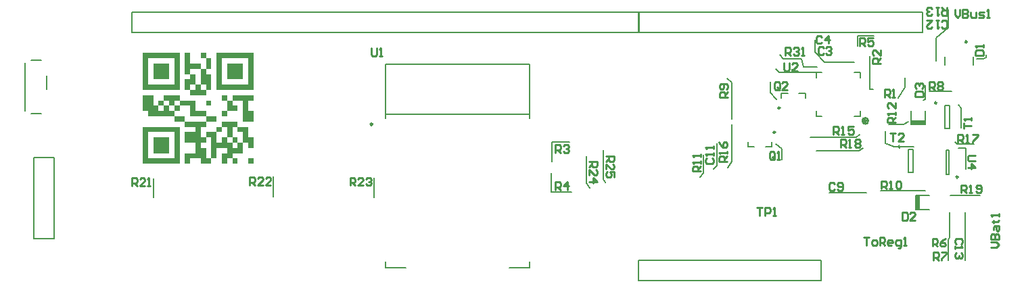
<source format=gto>
G04*
G04 #@! TF.GenerationSoftware,Altium Limited,Altium Designer,19.0.14 (431)*
G04*
G04 Layer_Color=65535*
%FSLAX44Y44*%
%MOMM*%
G71*
G01*
G75*
%ADD10C,0.2500*%
%ADD11C,0.2540*%
%ADD12C,0.3000*%
%ADD13C,0.1520*%
%ADD14C,0.2000*%
%ADD15C,0.1524*%
%ADD16C,0.1270*%
%ADD17R,0.5080X1.8000*%
%ADD18R,1.8000X0.5080*%
G36*
X524677Y1181383D02*
Y1180557D01*
Y1179732D01*
Y1178906D01*
Y1178081D01*
Y1177255D01*
Y1176430D01*
Y1175604D01*
X531281D01*
Y1174779D01*
Y1173953D01*
Y1173128D01*
Y1172302D01*
Y1171477D01*
Y1170651D01*
Y1169826D01*
Y1169000D01*
Y1168175D01*
Y1167349D01*
Y1166523D01*
Y1165698D01*
Y1164872D01*
Y1164047D01*
Y1163221D01*
Y1162396D01*
X524677D01*
Y1163221D01*
Y1164047D01*
Y1164872D01*
Y1165698D01*
Y1166523D01*
Y1167349D01*
Y1168175D01*
Y1169000D01*
Y1169826D01*
Y1170651D01*
Y1171477D01*
Y1172302D01*
Y1173128D01*
Y1173953D01*
Y1174779D01*
Y1175604D01*
X518073D01*
Y1176430D01*
Y1177255D01*
Y1178081D01*
Y1178906D01*
Y1179732D01*
Y1180557D01*
Y1181383D01*
Y1182208D01*
X524677D01*
Y1181383D01*
D02*
G37*
G36*
X584115D02*
Y1180557D01*
Y1179732D01*
Y1178906D01*
Y1178081D01*
Y1177255D01*
Y1176430D01*
Y1175604D01*
Y1174779D01*
Y1173953D01*
Y1173128D01*
Y1172302D01*
Y1171477D01*
Y1170651D01*
Y1169826D01*
Y1169000D01*
Y1168175D01*
Y1167349D01*
Y1166523D01*
Y1165698D01*
Y1164872D01*
Y1164047D01*
Y1163221D01*
Y1162396D01*
Y1161570D01*
Y1160745D01*
Y1159919D01*
Y1159094D01*
Y1158268D01*
Y1157443D01*
Y1156617D01*
Y1155792D01*
Y1154966D01*
Y1154141D01*
Y1153315D01*
Y1152489D01*
Y1151664D01*
Y1150838D01*
Y1150013D01*
Y1149187D01*
Y1148362D01*
Y1147536D01*
Y1146711D01*
Y1145885D01*
Y1145060D01*
Y1144234D01*
Y1143409D01*
Y1142583D01*
Y1141758D01*
Y1140932D01*
Y1140107D01*
Y1139281D01*
Y1138456D01*
Y1137630D01*
Y1136805D01*
Y1135979D01*
X537885D01*
Y1136805D01*
Y1137630D01*
Y1138456D01*
Y1139281D01*
Y1140107D01*
Y1140932D01*
Y1141758D01*
Y1142583D01*
Y1143409D01*
Y1144234D01*
Y1145060D01*
Y1145885D01*
Y1146711D01*
Y1147536D01*
Y1148362D01*
Y1149187D01*
Y1150013D01*
Y1150838D01*
Y1151664D01*
Y1152489D01*
Y1153315D01*
Y1154141D01*
Y1154966D01*
Y1155792D01*
Y1156617D01*
Y1157443D01*
Y1158268D01*
Y1159094D01*
Y1159919D01*
Y1160745D01*
Y1161570D01*
Y1162396D01*
Y1163221D01*
Y1164047D01*
Y1164872D01*
Y1165698D01*
Y1166523D01*
Y1167349D01*
Y1168175D01*
Y1169000D01*
Y1169826D01*
Y1170651D01*
Y1171477D01*
Y1172302D01*
Y1173128D01*
Y1173953D01*
Y1174779D01*
Y1175604D01*
Y1176430D01*
Y1177255D01*
Y1178081D01*
Y1178906D01*
Y1179732D01*
Y1180557D01*
Y1181383D01*
Y1182208D01*
X584115D01*
Y1181383D01*
D02*
G37*
G36*
X504864D02*
Y1180557D01*
Y1179732D01*
Y1178906D01*
Y1178081D01*
Y1177255D01*
Y1176430D01*
Y1175604D01*
Y1174779D01*
Y1173953D01*
Y1173128D01*
Y1172302D01*
Y1171477D01*
Y1170651D01*
Y1169826D01*
Y1169000D01*
X518073D01*
Y1168175D01*
Y1167349D01*
Y1166523D01*
Y1165698D01*
Y1164872D01*
Y1164047D01*
Y1163221D01*
Y1162396D01*
X524677D01*
Y1161570D01*
Y1160745D01*
Y1159919D01*
Y1159094D01*
Y1158268D01*
Y1157443D01*
Y1156617D01*
Y1155792D01*
X531281D01*
Y1154966D01*
Y1154141D01*
Y1153315D01*
Y1152489D01*
Y1151664D01*
Y1150838D01*
Y1150013D01*
Y1149187D01*
Y1148362D01*
Y1147536D01*
Y1146711D01*
Y1145885D01*
Y1145060D01*
Y1144234D01*
Y1143409D01*
Y1142583D01*
Y1141758D01*
Y1140932D01*
Y1140107D01*
Y1139281D01*
Y1138456D01*
Y1137630D01*
Y1136805D01*
Y1135979D01*
X524677D01*
Y1136805D01*
Y1137630D01*
Y1138456D01*
Y1139281D01*
Y1140107D01*
Y1140932D01*
Y1141758D01*
Y1142583D01*
X518073D01*
Y1143409D01*
Y1144234D01*
Y1145060D01*
Y1145885D01*
Y1146711D01*
Y1147536D01*
Y1148362D01*
Y1149187D01*
Y1150013D01*
Y1150838D01*
Y1151664D01*
Y1152489D01*
Y1153315D01*
Y1154141D01*
Y1154966D01*
Y1155792D01*
Y1156617D01*
Y1157443D01*
Y1158268D01*
Y1159094D01*
Y1159919D01*
Y1160745D01*
Y1161570D01*
Y1162396D01*
X504864D01*
Y1161570D01*
Y1160745D01*
Y1159919D01*
Y1159094D01*
Y1158268D01*
Y1157443D01*
Y1156617D01*
Y1155792D01*
X511469D01*
Y1154966D01*
Y1154141D01*
Y1153315D01*
Y1152489D01*
Y1151664D01*
Y1150838D01*
Y1150013D01*
Y1149187D01*
Y1148362D01*
Y1147536D01*
Y1146711D01*
Y1145885D01*
Y1145060D01*
Y1144234D01*
Y1143409D01*
Y1142583D01*
X518073D01*
Y1141758D01*
Y1140932D01*
Y1140107D01*
Y1139281D01*
Y1138456D01*
Y1137630D01*
Y1136805D01*
Y1135979D01*
X524677D01*
Y1135154D01*
Y1134328D01*
Y1133503D01*
Y1132677D01*
Y1131851D01*
Y1131026D01*
Y1130200D01*
Y1129375D01*
X504864D01*
Y1130200D01*
Y1131026D01*
Y1131851D01*
Y1132677D01*
Y1133503D01*
Y1134328D01*
Y1135154D01*
Y1135979D01*
X498260D01*
Y1136805D01*
Y1137630D01*
Y1138456D01*
Y1139281D01*
Y1140107D01*
Y1140932D01*
Y1141758D01*
Y1142583D01*
Y1143409D01*
Y1144234D01*
Y1145060D01*
Y1145885D01*
Y1146711D01*
Y1147536D01*
Y1148362D01*
Y1149187D01*
X504864D01*
Y1150013D01*
Y1150838D01*
Y1151664D01*
Y1152489D01*
Y1153315D01*
Y1154141D01*
Y1154966D01*
Y1155792D01*
X498260D01*
Y1156617D01*
Y1157443D01*
Y1158268D01*
Y1159094D01*
Y1159919D01*
Y1160745D01*
Y1161570D01*
Y1162396D01*
Y1163221D01*
Y1164047D01*
Y1164872D01*
Y1165698D01*
Y1166523D01*
Y1167349D01*
Y1168175D01*
Y1169000D01*
Y1169826D01*
Y1170651D01*
Y1171477D01*
Y1172302D01*
Y1173128D01*
Y1173953D01*
Y1174779D01*
Y1175604D01*
Y1176430D01*
Y1177255D01*
Y1178081D01*
Y1178906D01*
Y1179732D01*
Y1180557D01*
Y1181383D01*
Y1182208D01*
X504864D01*
Y1181383D01*
D02*
G37*
G36*
X491656D02*
Y1180557D01*
Y1179732D01*
Y1178906D01*
Y1178081D01*
Y1177255D01*
Y1176430D01*
Y1175604D01*
Y1174779D01*
Y1173953D01*
Y1173128D01*
Y1172302D01*
Y1171477D01*
Y1170651D01*
Y1169826D01*
Y1169000D01*
Y1168175D01*
Y1167349D01*
Y1166523D01*
Y1165698D01*
Y1164872D01*
Y1164047D01*
Y1163221D01*
Y1162396D01*
Y1161570D01*
Y1160745D01*
Y1159919D01*
Y1159094D01*
Y1158268D01*
Y1157443D01*
Y1156617D01*
Y1155792D01*
Y1154966D01*
Y1154141D01*
Y1153315D01*
Y1152489D01*
Y1151664D01*
Y1150838D01*
Y1150013D01*
Y1149187D01*
Y1148362D01*
Y1147536D01*
Y1146711D01*
Y1145885D01*
Y1145060D01*
Y1144234D01*
Y1143409D01*
Y1142583D01*
Y1141758D01*
Y1140932D01*
Y1140107D01*
Y1139281D01*
Y1138456D01*
Y1137630D01*
Y1136805D01*
Y1135979D01*
X445427D01*
Y1136805D01*
Y1137630D01*
Y1138456D01*
Y1139281D01*
Y1140107D01*
Y1140932D01*
Y1141758D01*
Y1142583D01*
Y1143409D01*
Y1144234D01*
Y1145060D01*
Y1145885D01*
Y1146711D01*
Y1147536D01*
Y1148362D01*
Y1149187D01*
Y1150013D01*
Y1150838D01*
Y1151664D01*
Y1152489D01*
Y1153315D01*
Y1154141D01*
Y1154966D01*
Y1155792D01*
Y1156617D01*
Y1157443D01*
Y1158268D01*
Y1159094D01*
Y1159919D01*
Y1160745D01*
Y1161570D01*
Y1162396D01*
Y1163221D01*
Y1164047D01*
Y1164872D01*
Y1165698D01*
Y1166523D01*
Y1167349D01*
Y1168175D01*
Y1169000D01*
Y1169826D01*
Y1170651D01*
Y1171477D01*
Y1172302D01*
Y1173128D01*
Y1173953D01*
Y1174779D01*
Y1175604D01*
Y1176430D01*
Y1177255D01*
Y1178081D01*
Y1178906D01*
Y1179732D01*
Y1180557D01*
Y1181383D01*
Y1182208D01*
X491656D01*
Y1181383D01*
D02*
G37*
G36*
X531281Y1121945D02*
Y1121120D01*
Y1120294D01*
Y1119469D01*
Y1118643D01*
Y1117818D01*
Y1116992D01*
Y1116167D01*
X524677D01*
Y1116992D01*
Y1117818D01*
Y1118643D01*
Y1119469D01*
Y1120294D01*
Y1121120D01*
Y1121945D01*
Y1122771D01*
X531281D01*
Y1121945D01*
D02*
G37*
G36*
X551094Y1128549D02*
Y1127724D01*
Y1126898D01*
Y1126073D01*
Y1125247D01*
Y1124422D01*
Y1123596D01*
Y1122771D01*
X557698D01*
Y1121945D01*
Y1121120D01*
Y1120294D01*
Y1119469D01*
Y1118643D01*
Y1117818D01*
Y1116992D01*
Y1116167D01*
X564302D01*
Y1115341D01*
Y1114515D01*
Y1113690D01*
Y1112864D01*
Y1112039D01*
Y1111213D01*
Y1110388D01*
Y1109562D01*
X551094D01*
Y1110388D01*
Y1111213D01*
Y1112039D01*
Y1112864D01*
Y1113690D01*
Y1114515D01*
Y1115341D01*
Y1116167D01*
Y1116992D01*
Y1117818D01*
Y1118643D01*
Y1119469D01*
Y1120294D01*
Y1121120D01*
Y1121945D01*
Y1122771D01*
X544490D01*
Y1123596D01*
Y1124422D01*
Y1125247D01*
Y1126073D01*
Y1126898D01*
Y1127724D01*
Y1128549D01*
Y1129375D01*
X551094D01*
Y1128549D01*
D02*
G37*
G36*
Y1108737D02*
Y1107911D01*
Y1107086D01*
Y1106260D01*
Y1105435D01*
Y1104609D01*
Y1103784D01*
Y1102958D01*
X544490D01*
Y1103784D01*
Y1104609D01*
Y1105435D01*
Y1106260D01*
Y1107086D01*
Y1107911D01*
Y1108737D01*
Y1109562D01*
X551094D01*
Y1108737D01*
D02*
G37*
G36*
X584115Y1128549D02*
Y1127724D01*
Y1126898D01*
Y1126073D01*
Y1125247D01*
Y1124422D01*
Y1123596D01*
Y1122771D01*
X577510D01*
Y1121945D01*
Y1121120D01*
Y1120294D01*
Y1119469D01*
Y1118643D01*
Y1117818D01*
Y1116992D01*
Y1116167D01*
Y1115341D01*
Y1114515D01*
Y1113690D01*
Y1112864D01*
Y1112039D01*
Y1111213D01*
Y1110388D01*
Y1109562D01*
X584115D01*
Y1108737D01*
Y1107911D01*
Y1107086D01*
Y1106260D01*
Y1105435D01*
Y1104609D01*
Y1103784D01*
Y1102958D01*
Y1102133D01*
Y1101307D01*
Y1100481D01*
Y1099656D01*
Y1098830D01*
Y1098005D01*
Y1097179D01*
Y1096354D01*
X570906D01*
Y1097179D01*
Y1098005D01*
Y1098830D01*
Y1099656D01*
Y1100481D01*
Y1101307D01*
Y1102133D01*
Y1102958D01*
Y1103784D01*
Y1104609D01*
Y1105435D01*
Y1106260D01*
Y1107086D01*
Y1107911D01*
Y1108737D01*
Y1109562D01*
Y1110388D01*
Y1111213D01*
Y1112039D01*
Y1112864D01*
Y1113690D01*
Y1114515D01*
Y1115341D01*
Y1116167D01*
Y1116992D01*
Y1117818D01*
Y1118643D01*
Y1119469D01*
Y1120294D01*
Y1121120D01*
Y1121945D01*
Y1122771D01*
X557698D01*
Y1123596D01*
Y1124422D01*
Y1125247D01*
Y1126073D01*
Y1126898D01*
Y1127724D01*
Y1128549D01*
Y1129375D01*
X584115D01*
Y1128549D01*
D02*
G37*
G36*
X491656D02*
Y1127724D01*
Y1126898D01*
Y1126073D01*
Y1125247D01*
Y1124422D01*
Y1123596D01*
Y1122771D01*
X511469D01*
Y1121945D01*
Y1121120D01*
Y1120294D01*
Y1119469D01*
Y1118643D01*
Y1117818D01*
Y1116992D01*
Y1116167D01*
Y1115341D01*
Y1114515D01*
Y1113690D01*
Y1112864D01*
Y1112039D01*
Y1111213D01*
Y1110388D01*
Y1109562D01*
X524677D01*
Y1108737D01*
Y1107911D01*
Y1107086D01*
Y1106260D01*
Y1105435D01*
Y1104609D01*
Y1103784D01*
Y1102958D01*
X537885D01*
Y1102133D01*
Y1101307D01*
Y1100481D01*
Y1099656D01*
Y1098830D01*
Y1098005D01*
Y1097179D01*
Y1096354D01*
X524677D01*
Y1097179D01*
Y1098005D01*
Y1098830D01*
Y1099656D01*
Y1100481D01*
Y1101307D01*
Y1102133D01*
Y1102958D01*
X504864D01*
Y1103784D01*
Y1104609D01*
Y1105435D01*
Y1106260D01*
Y1107086D01*
Y1107911D01*
Y1108737D01*
Y1109562D01*
Y1110388D01*
Y1111213D01*
Y1112039D01*
Y1112864D01*
Y1113690D01*
Y1114515D01*
Y1115341D01*
Y1116167D01*
X491656D01*
Y1116992D01*
Y1117818D01*
Y1118643D01*
Y1119469D01*
Y1120294D01*
Y1121120D01*
Y1121945D01*
Y1122771D01*
X485052D01*
Y1121945D01*
Y1121120D01*
Y1120294D01*
Y1119469D01*
Y1118643D01*
Y1117818D01*
Y1116992D01*
Y1116167D01*
X491656D01*
Y1115341D01*
Y1114515D01*
Y1113690D01*
Y1112864D01*
Y1112039D01*
Y1111213D01*
Y1110388D01*
Y1109562D01*
X485052D01*
Y1110388D01*
Y1111213D01*
Y1112039D01*
Y1112864D01*
Y1113690D01*
Y1114515D01*
Y1115341D01*
Y1116167D01*
X478448D01*
Y1116992D01*
Y1117818D01*
Y1118643D01*
Y1119469D01*
Y1120294D01*
Y1121120D01*
Y1121945D01*
Y1122771D01*
X471843D01*
Y1123596D01*
Y1124422D01*
Y1125247D01*
Y1126073D01*
Y1126898D01*
Y1127724D01*
Y1128549D01*
Y1129375D01*
X491656D01*
Y1128549D01*
D02*
G37*
G36*
X544490Y1088924D02*
Y1088099D01*
Y1087273D01*
Y1086448D01*
Y1085622D01*
Y1084797D01*
Y1083971D01*
Y1083146D01*
X537885D01*
Y1083971D01*
Y1084797D01*
Y1085622D01*
Y1086448D01*
Y1087273D01*
Y1088099D01*
Y1088924D01*
Y1089750D01*
X544490D01*
Y1088924D01*
D02*
G37*
G36*
X564302Y1095528D02*
Y1094703D01*
Y1093877D01*
Y1093052D01*
Y1092226D01*
Y1091401D01*
Y1090575D01*
Y1089750D01*
X577510D01*
Y1088924D01*
Y1088099D01*
Y1087273D01*
Y1086448D01*
Y1085622D01*
Y1084797D01*
Y1083971D01*
Y1083146D01*
Y1082320D01*
Y1081495D01*
Y1080669D01*
Y1079843D01*
Y1079018D01*
Y1078192D01*
Y1077367D01*
Y1076541D01*
X584115D01*
Y1075716D01*
Y1074890D01*
Y1074065D01*
Y1073239D01*
Y1072414D01*
Y1071588D01*
Y1070763D01*
Y1069937D01*
Y1069112D01*
Y1068286D01*
Y1067461D01*
Y1066635D01*
Y1065809D01*
Y1064984D01*
Y1064158D01*
Y1063333D01*
X577510D01*
Y1064158D01*
Y1064984D01*
Y1065809D01*
Y1066635D01*
Y1067461D01*
Y1068286D01*
Y1069112D01*
Y1069937D01*
X570906D01*
Y1070763D01*
Y1071588D01*
Y1072414D01*
Y1073239D01*
Y1074065D01*
Y1074890D01*
Y1075716D01*
Y1076541D01*
Y1077367D01*
Y1078192D01*
Y1079018D01*
Y1079843D01*
Y1080669D01*
Y1081495D01*
Y1082320D01*
Y1083146D01*
X564302D01*
Y1083971D01*
Y1084797D01*
Y1085622D01*
Y1086448D01*
Y1087273D01*
Y1088099D01*
Y1088924D01*
Y1089750D01*
X557698D01*
Y1088924D01*
Y1088099D01*
Y1087273D01*
Y1086448D01*
Y1085622D01*
Y1084797D01*
Y1083971D01*
Y1083146D01*
Y1082320D01*
Y1081495D01*
Y1080669D01*
Y1079843D01*
Y1079018D01*
Y1078192D01*
Y1077367D01*
Y1076541D01*
X564302D01*
Y1075716D01*
Y1074890D01*
Y1074065D01*
Y1073239D01*
Y1072414D01*
Y1071588D01*
Y1070763D01*
Y1069937D01*
X570906D01*
Y1069112D01*
Y1068286D01*
Y1067461D01*
Y1066635D01*
Y1065809D01*
Y1064984D01*
Y1064158D01*
Y1063333D01*
Y1062507D01*
Y1061682D01*
Y1060856D01*
Y1060031D01*
Y1059205D01*
Y1058380D01*
Y1057554D01*
Y1056729D01*
X557698D01*
Y1055903D01*
Y1055078D01*
Y1054252D01*
Y1053427D01*
Y1052601D01*
Y1051776D01*
Y1050950D01*
Y1050125D01*
X564302D01*
Y1049299D01*
Y1048474D01*
Y1047648D01*
Y1046823D01*
Y1045997D01*
Y1045171D01*
Y1044346D01*
Y1043520D01*
X557698D01*
Y1044346D01*
Y1045171D01*
Y1045997D01*
Y1046823D01*
Y1047648D01*
Y1048474D01*
Y1049299D01*
Y1050125D01*
X551094D01*
Y1049299D01*
Y1048474D01*
Y1047648D01*
Y1046823D01*
Y1045997D01*
Y1045171D01*
Y1044346D01*
Y1043520D01*
X544490D01*
Y1044346D01*
Y1045171D01*
Y1045997D01*
Y1046823D01*
Y1047648D01*
Y1048474D01*
Y1049299D01*
Y1050125D01*
Y1050950D01*
Y1051776D01*
Y1052601D01*
Y1053427D01*
Y1054252D01*
Y1055078D01*
Y1055903D01*
Y1056729D01*
X551094D01*
Y1057554D01*
Y1058380D01*
Y1059205D01*
Y1060031D01*
Y1060856D01*
Y1061682D01*
Y1062507D01*
Y1063333D01*
X537885D01*
Y1062507D01*
Y1061682D01*
Y1060856D01*
Y1060031D01*
Y1059205D01*
Y1058380D01*
Y1057554D01*
Y1056729D01*
Y1055903D01*
Y1055078D01*
Y1054252D01*
Y1053427D01*
Y1052601D01*
Y1051776D01*
Y1050950D01*
Y1050125D01*
X531281D01*
Y1050950D01*
Y1051776D01*
Y1052601D01*
Y1053427D01*
Y1054252D01*
Y1055078D01*
Y1055903D01*
Y1056729D01*
Y1057554D01*
Y1058380D01*
Y1059205D01*
Y1060031D01*
Y1060856D01*
Y1061682D01*
Y1062507D01*
Y1063333D01*
Y1064158D01*
Y1064984D01*
Y1065809D01*
Y1066635D01*
Y1067461D01*
Y1068286D01*
Y1069112D01*
Y1069937D01*
Y1070763D01*
Y1071588D01*
Y1072414D01*
Y1073239D01*
Y1074065D01*
Y1074890D01*
Y1075716D01*
Y1076541D01*
X524677D01*
Y1077367D01*
Y1078192D01*
Y1079018D01*
Y1079843D01*
Y1080669D01*
Y1081495D01*
Y1082320D01*
Y1083146D01*
X537885D01*
Y1082320D01*
Y1081495D01*
Y1080669D01*
Y1079843D01*
Y1079018D01*
Y1078192D01*
Y1077367D01*
Y1076541D01*
Y1075716D01*
Y1074890D01*
Y1074065D01*
Y1073239D01*
Y1072414D01*
Y1071588D01*
Y1070763D01*
Y1069937D01*
X544490D01*
Y1070763D01*
Y1071588D01*
Y1072414D01*
Y1073239D01*
Y1074065D01*
Y1074890D01*
Y1075716D01*
Y1076541D01*
X551094D01*
Y1075716D01*
Y1074890D01*
Y1074065D01*
Y1073239D01*
Y1072414D01*
Y1071588D01*
Y1070763D01*
Y1069937D01*
X557698D01*
Y1069112D01*
Y1068286D01*
Y1067461D01*
Y1066635D01*
Y1065809D01*
Y1064984D01*
Y1064158D01*
Y1063333D01*
X564302D01*
Y1064158D01*
Y1064984D01*
Y1065809D01*
Y1066635D01*
Y1067461D01*
Y1068286D01*
Y1069112D01*
Y1069937D01*
X557698D01*
Y1070763D01*
Y1071588D01*
Y1072414D01*
Y1073239D01*
Y1074065D01*
Y1074890D01*
Y1075716D01*
Y1076541D01*
X551094D01*
Y1077367D01*
Y1078192D01*
Y1079018D01*
Y1079843D01*
Y1080669D01*
Y1081495D01*
Y1082320D01*
Y1083146D01*
Y1083971D01*
Y1084797D01*
Y1085622D01*
Y1086448D01*
Y1087273D01*
Y1088099D01*
Y1088924D01*
Y1089750D01*
X544490D01*
Y1090575D01*
Y1091401D01*
Y1092226D01*
Y1093052D01*
Y1093877D01*
Y1094703D01*
Y1095528D01*
Y1096354D01*
X564302D01*
Y1095528D01*
D02*
G37*
G36*
X584115Y1049299D02*
Y1048474D01*
Y1047648D01*
Y1046823D01*
Y1045997D01*
Y1045171D01*
Y1044346D01*
Y1043520D01*
X577510D01*
Y1044346D01*
Y1045171D01*
Y1045997D01*
Y1046823D01*
Y1047648D01*
Y1048474D01*
Y1049299D01*
Y1050125D01*
X584115D01*
Y1049299D01*
D02*
G37*
G36*
X458635Y1128549D02*
Y1127724D01*
Y1126898D01*
Y1126073D01*
Y1125247D01*
Y1124422D01*
Y1123596D01*
Y1122771D01*
Y1121945D01*
Y1121120D01*
Y1120294D01*
Y1119469D01*
Y1118643D01*
Y1117818D01*
Y1116992D01*
Y1116167D01*
X465239D01*
Y1115341D01*
Y1114515D01*
Y1113690D01*
Y1112864D01*
Y1112039D01*
Y1111213D01*
Y1110388D01*
Y1109562D01*
X471843D01*
Y1110388D01*
Y1111213D01*
Y1112039D01*
Y1112864D01*
Y1113690D01*
Y1114515D01*
Y1115341D01*
Y1116167D01*
X465239D01*
Y1116992D01*
Y1117818D01*
Y1118643D01*
Y1119469D01*
Y1120294D01*
Y1121120D01*
Y1121945D01*
Y1122771D01*
X471843D01*
Y1121945D01*
Y1121120D01*
Y1120294D01*
Y1119469D01*
Y1118643D01*
Y1117818D01*
Y1116992D01*
Y1116167D01*
X478448D01*
Y1115341D01*
Y1114515D01*
Y1113690D01*
Y1112864D01*
Y1112039D01*
Y1111213D01*
Y1110388D01*
Y1109562D01*
X485052D01*
Y1108737D01*
Y1107911D01*
Y1107086D01*
Y1106260D01*
Y1105435D01*
Y1104609D01*
Y1103784D01*
Y1102958D01*
X498260D01*
Y1102133D01*
Y1101307D01*
Y1100481D01*
Y1099656D01*
Y1098830D01*
Y1098005D01*
Y1097179D01*
Y1096354D01*
X524677D01*
Y1095528D01*
Y1094703D01*
Y1093877D01*
Y1093052D01*
Y1092226D01*
Y1091401D01*
Y1090575D01*
Y1089750D01*
X518073D01*
Y1088924D01*
Y1088099D01*
Y1087273D01*
Y1086448D01*
Y1085622D01*
Y1084797D01*
Y1083971D01*
Y1083146D01*
Y1082320D01*
Y1081495D01*
Y1080669D01*
Y1079843D01*
Y1079018D01*
Y1078192D01*
Y1077367D01*
Y1076541D01*
X524677D01*
Y1075716D01*
Y1074890D01*
Y1074065D01*
Y1073239D01*
Y1072414D01*
Y1071588D01*
Y1070763D01*
Y1069937D01*
X518073D01*
Y1069112D01*
Y1068286D01*
Y1067461D01*
Y1066635D01*
Y1065809D01*
Y1064984D01*
Y1064158D01*
Y1063333D01*
X524677D01*
Y1062507D01*
Y1061682D01*
Y1060856D01*
Y1060031D01*
Y1059205D01*
Y1058380D01*
Y1057554D01*
Y1056729D01*
Y1055903D01*
Y1055078D01*
Y1054252D01*
Y1053427D01*
Y1052601D01*
Y1051776D01*
Y1050950D01*
Y1050125D01*
X531281D01*
Y1049299D01*
Y1048474D01*
Y1047648D01*
Y1046823D01*
Y1045997D01*
Y1045171D01*
Y1044346D01*
Y1043520D01*
X518073D01*
Y1044346D01*
Y1045171D01*
Y1045997D01*
Y1046823D01*
Y1047648D01*
Y1048474D01*
Y1049299D01*
Y1050125D01*
X504864D01*
Y1049299D01*
Y1048474D01*
Y1047648D01*
Y1046823D01*
Y1045997D01*
Y1045171D01*
Y1044346D01*
Y1043520D01*
X498260D01*
Y1044346D01*
Y1045171D01*
Y1045997D01*
Y1046823D01*
Y1047648D01*
Y1048474D01*
Y1049299D01*
Y1050125D01*
Y1050950D01*
Y1051776D01*
Y1052601D01*
Y1053427D01*
Y1054252D01*
Y1055078D01*
Y1055903D01*
Y1056729D01*
X511469D01*
Y1057554D01*
Y1058380D01*
Y1059205D01*
Y1060031D01*
Y1060856D01*
Y1061682D01*
Y1062507D01*
Y1063333D01*
Y1064158D01*
Y1064984D01*
Y1065809D01*
Y1066635D01*
Y1067461D01*
Y1068286D01*
Y1069112D01*
Y1069937D01*
X498260D01*
Y1070763D01*
Y1071588D01*
Y1072414D01*
Y1073239D01*
Y1074065D01*
Y1074890D01*
Y1075716D01*
Y1076541D01*
Y1077367D01*
Y1078192D01*
Y1079018D01*
Y1079843D01*
Y1080669D01*
Y1081495D01*
Y1082320D01*
Y1083146D01*
X511469D01*
Y1083971D01*
Y1084797D01*
Y1085622D01*
Y1086448D01*
Y1087273D01*
Y1088099D01*
Y1088924D01*
Y1089750D01*
X498260D01*
Y1090575D01*
Y1091401D01*
Y1092226D01*
Y1093052D01*
Y1093877D01*
Y1094703D01*
Y1095528D01*
Y1096354D01*
X485052D01*
Y1097179D01*
Y1098005D01*
Y1098830D01*
Y1099656D01*
Y1100481D01*
Y1101307D01*
Y1102133D01*
Y1102958D01*
X452031D01*
Y1103784D01*
Y1104609D01*
Y1105435D01*
Y1106260D01*
Y1107086D01*
Y1107911D01*
Y1108737D01*
Y1109562D01*
X445427D01*
Y1110388D01*
Y1111213D01*
Y1112039D01*
Y1112864D01*
Y1113690D01*
Y1114515D01*
Y1115341D01*
Y1116167D01*
Y1116992D01*
Y1117818D01*
Y1118643D01*
Y1119469D01*
Y1120294D01*
Y1121120D01*
Y1121945D01*
Y1122771D01*
Y1123596D01*
Y1124422D01*
Y1125247D01*
Y1126073D01*
Y1126898D01*
Y1127724D01*
Y1128549D01*
Y1129375D01*
X458635D01*
Y1128549D01*
D02*
G37*
G36*
X491656Y1088924D02*
Y1088099D01*
Y1087273D01*
Y1086448D01*
Y1085622D01*
Y1084797D01*
Y1083971D01*
Y1083146D01*
Y1082320D01*
Y1081495D01*
Y1080669D01*
Y1079843D01*
Y1079018D01*
Y1078192D01*
Y1077367D01*
Y1076541D01*
Y1075716D01*
Y1074890D01*
Y1074065D01*
Y1073239D01*
Y1072414D01*
Y1071588D01*
Y1070763D01*
Y1069937D01*
Y1069112D01*
Y1068286D01*
Y1067461D01*
Y1066635D01*
Y1065809D01*
Y1064984D01*
Y1064158D01*
Y1063333D01*
Y1062507D01*
Y1061682D01*
Y1060856D01*
Y1060031D01*
Y1059205D01*
Y1058380D01*
Y1057554D01*
Y1056729D01*
Y1055903D01*
Y1055078D01*
Y1054252D01*
Y1053427D01*
Y1052601D01*
Y1051776D01*
Y1050950D01*
Y1050125D01*
Y1049299D01*
Y1048474D01*
Y1047648D01*
Y1046823D01*
Y1045997D01*
Y1045171D01*
Y1044346D01*
Y1043520D01*
X445427D01*
Y1044346D01*
Y1045171D01*
Y1045997D01*
Y1046823D01*
Y1047648D01*
Y1048474D01*
Y1049299D01*
Y1050125D01*
Y1050950D01*
Y1051776D01*
Y1052601D01*
Y1053427D01*
Y1054252D01*
Y1055078D01*
Y1055903D01*
Y1056729D01*
Y1057554D01*
Y1058380D01*
Y1059205D01*
Y1060031D01*
Y1060856D01*
Y1061682D01*
Y1062507D01*
Y1063333D01*
Y1064158D01*
Y1064984D01*
Y1065809D01*
Y1066635D01*
Y1067461D01*
Y1068286D01*
Y1069112D01*
Y1069937D01*
Y1070763D01*
Y1071588D01*
Y1072414D01*
Y1073239D01*
Y1074065D01*
Y1074890D01*
Y1075716D01*
Y1076541D01*
Y1077367D01*
Y1078192D01*
Y1079018D01*
Y1079843D01*
Y1080669D01*
Y1081495D01*
Y1082320D01*
Y1083146D01*
Y1083971D01*
Y1084797D01*
Y1085622D01*
Y1086448D01*
Y1087273D01*
Y1088099D01*
Y1088924D01*
Y1089750D01*
X491656D01*
Y1088924D01*
D02*
G37*
%LPC*%
G36*
X577510Y1175604D02*
X544490D01*
Y1174779D01*
Y1173953D01*
Y1173128D01*
Y1172302D01*
Y1171477D01*
Y1170651D01*
Y1169826D01*
Y1169000D01*
Y1168175D01*
Y1167349D01*
Y1166523D01*
Y1165698D01*
Y1164872D01*
Y1164047D01*
Y1163221D01*
Y1162396D01*
Y1161570D01*
Y1160745D01*
Y1159919D01*
Y1159094D01*
Y1158268D01*
Y1157443D01*
Y1156617D01*
Y1155792D01*
Y1154966D01*
Y1154141D01*
Y1153315D01*
Y1152489D01*
Y1151664D01*
Y1150838D01*
Y1150013D01*
Y1149187D01*
Y1148362D01*
Y1147536D01*
Y1146711D01*
Y1145885D01*
Y1145060D01*
Y1144234D01*
Y1143409D01*
Y1142583D01*
X577510D01*
Y1143409D01*
Y1144234D01*
Y1145060D01*
Y1145885D01*
Y1146711D01*
Y1147536D01*
Y1148362D01*
Y1149187D01*
Y1150013D01*
Y1150838D01*
Y1151664D01*
Y1152489D01*
Y1153315D01*
Y1154141D01*
Y1154966D01*
Y1155792D01*
Y1156617D01*
Y1157443D01*
Y1158268D01*
Y1159094D01*
Y1159919D01*
Y1160745D01*
Y1161570D01*
Y1162396D01*
Y1163221D01*
Y1164047D01*
Y1164872D01*
Y1165698D01*
Y1166523D01*
Y1167349D01*
Y1168175D01*
Y1169000D01*
Y1169826D01*
Y1170651D01*
Y1171477D01*
Y1172302D01*
Y1173128D01*
Y1173953D01*
Y1174779D01*
Y1175604D01*
D02*
G37*
%LPD*%
G36*
X570906Y1168175D02*
Y1167349D01*
Y1166523D01*
Y1165698D01*
Y1164872D01*
Y1164047D01*
Y1163221D01*
Y1162396D01*
Y1161570D01*
Y1160745D01*
Y1159919D01*
Y1159094D01*
Y1158268D01*
Y1157443D01*
Y1156617D01*
Y1155792D01*
Y1154966D01*
Y1154141D01*
Y1153315D01*
Y1152489D01*
Y1151664D01*
Y1150838D01*
Y1150013D01*
Y1149187D01*
X551094D01*
Y1150013D01*
Y1150838D01*
Y1151664D01*
Y1152489D01*
Y1153315D01*
Y1154141D01*
Y1154966D01*
Y1155792D01*
Y1156617D01*
Y1157443D01*
Y1158268D01*
Y1159094D01*
Y1159919D01*
Y1160745D01*
Y1161570D01*
Y1162396D01*
Y1163221D01*
Y1164047D01*
Y1164872D01*
Y1165698D01*
Y1166523D01*
Y1167349D01*
Y1168175D01*
Y1169000D01*
X570906D01*
Y1168175D01*
D02*
G37*
%LPC*%
G36*
X511469Y1142583D02*
X504864D01*
Y1141758D01*
Y1140932D01*
Y1140107D01*
Y1139281D01*
Y1138456D01*
Y1137630D01*
Y1136805D01*
Y1135979D01*
X511469D01*
Y1136805D01*
Y1137630D01*
Y1138456D01*
Y1139281D01*
Y1140107D01*
Y1140932D01*
Y1141758D01*
Y1142583D01*
D02*
G37*
G36*
X485052Y1175604D02*
X452031D01*
Y1174779D01*
Y1173953D01*
Y1173128D01*
Y1172302D01*
Y1171477D01*
Y1170651D01*
Y1169826D01*
Y1169000D01*
Y1168175D01*
Y1167349D01*
Y1166523D01*
Y1165698D01*
Y1164872D01*
Y1164047D01*
Y1163221D01*
Y1162396D01*
Y1161570D01*
Y1160745D01*
Y1159919D01*
Y1159094D01*
Y1158268D01*
Y1157443D01*
Y1156617D01*
Y1155792D01*
Y1154966D01*
Y1154141D01*
Y1153315D01*
Y1152489D01*
Y1151664D01*
Y1150838D01*
Y1150013D01*
Y1149187D01*
Y1148362D01*
Y1147536D01*
Y1146711D01*
Y1145885D01*
Y1145060D01*
Y1144234D01*
Y1143409D01*
Y1142583D01*
X485052D01*
Y1143409D01*
Y1144234D01*
Y1145060D01*
Y1145885D01*
Y1146711D01*
Y1147536D01*
Y1148362D01*
Y1149187D01*
Y1150013D01*
Y1150838D01*
Y1151664D01*
Y1152489D01*
Y1153315D01*
Y1154141D01*
Y1154966D01*
Y1155792D01*
Y1156617D01*
Y1157443D01*
Y1158268D01*
Y1159094D01*
Y1159919D01*
Y1160745D01*
Y1161570D01*
Y1162396D01*
Y1163221D01*
Y1164047D01*
Y1164872D01*
Y1165698D01*
Y1166523D01*
Y1167349D01*
Y1168175D01*
Y1169000D01*
Y1169826D01*
Y1170651D01*
Y1171477D01*
Y1172302D01*
Y1173128D01*
Y1173953D01*
Y1174779D01*
Y1175604D01*
D02*
G37*
%LPD*%
G36*
X478448Y1168175D02*
Y1167349D01*
Y1166523D01*
Y1165698D01*
Y1164872D01*
Y1164047D01*
Y1163221D01*
Y1162396D01*
Y1161570D01*
Y1160745D01*
Y1159919D01*
Y1159094D01*
Y1158268D01*
Y1157443D01*
Y1156617D01*
Y1155792D01*
Y1154966D01*
Y1154141D01*
Y1153315D01*
Y1152489D01*
Y1151664D01*
Y1150838D01*
Y1150013D01*
Y1149187D01*
X458635D01*
Y1150013D01*
Y1150838D01*
Y1151664D01*
Y1152489D01*
Y1153315D01*
Y1154141D01*
Y1154966D01*
Y1155792D01*
Y1156617D01*
Y1157443D01*
Y1158268D01*
Y1159094D01*
Y1159919D01*
Y1160745D01*
Y1161570D01*
Y1162396D01*
Y1163221D01*
Y1164047D01*
Y1164872D01*
Y1165698D01*
Y1166523D01*
Y1167349D01*
Y1168175D01*
Y1169000D01*
X478448D01*
Y1168175D01*
D02*
G37*
%LPC*%
G36*
X485052Y1083146D02*
X452031D01*
Y1082320D01*
Y1081495D01*
Y1080669D01*
Y1079843D01*
Y1079018D01*
Y1078192D01*
Y1077367D01*
Y1076541D01*
Y1075716D01*
Y1074890D01*
Y1074065D01*
Y1073239D01*
Y1072414D01*
Y1071588D01*
Y1070763D01*
Y1069937D01*
Y1069112D01*
Y1068286D01*
Y1067461D01*
Y1066635D01*
Y1065809D01*
Y1064984D01*
Y1064158D01*
Y1063333D01*
Y1062507D01*
Y1061682D01*
Y1060856D01*
Y1060031D01*
Y1059205D01*
Y1058380D01*
Y1057554D01*
Y1056729D01*
Y1055903D01*
Y1055078D01*
Y1054252D01*
Y1053427D01*
Y1052601D01*
Y1051776D01*
Y1050950D01*
Y1050125D01*
X485052D01*
Y1050950D01*
Y1051776D01*
Y1052601D01*
Y1053427D01*
Y1054252D01*
Y1055078D01*
Y1055903D01*
Y1056729D01*
Y1057554D01*
Y1058380D01*
Y1059205D01*
Y1060031D01*
Y1060856D01*
Y1061682D01*
Y1062507D01*
Y1063333D01*
Y1064158D01*
Y1064984D01*
Y1065809D01*
Y1066635D01*
Y1067461D01*
Y1068286D01*
Y1069112D01*
Y1069937D01*
Y1070763D01*
Y1071588D01*
Y1072414D01*
Y1073239D01*
Y1074065D01*
Y1074890D01*
Y1075716D01*
Y1076541D01*
Y1077367D01*
Y1078192D01*
Y1079018D01*
Y1079843D01*
Y1080669D01*
Y1081495D01*
Y1082320D01*
Y1083146D01*
D02*
G37*
%LPD*%
G36*
X478448Y1075716D02*
Y1074890D01*
Y1074065D01*
Y1073239D01*
Y1072414D01*
Y1071588D01*
Y1070763D01*
Y1069937D01*
Y1069112D01*
Y1068286D01*
Y1067461D01*
Y1066635D01*
Y1065809D01*
Y1064984D01*
Y1064158D01*
Y1063333D01*
Y1062507D01*
Y1061682D01*
Y1060856D01*
Y1060031D01*
Y1059205D01*
Y1058380D01*
Y1057554D01*
Y1056729D01*
X458635D01*
Y1057554D01*
Y1058380D01*
Y1059205D01*
Y1060031D01*
Y1060856D01*
Y1061682D01*
Y1062507D01*
Y1063333D01*
Y1064158D01*
Y1064984D01*
Y1065809D01*
Y1066635D01*
Y1067461D01*
Y1068286D01*
Y1069112D01*
Y1069937D01*
Y1070763D01*
Y1071588D01*
Y1072414D01*
Y1073239D01*
Y1074065D01*
Y1074890D01*
Y1075716D01*
Y1076541D01*
X478448D01*
Y1075716D01*
D02*
G37*
D10*
X1477406Y1196194D02*
G03*
X1477406Y1196194I-1250J0D01*
G01*
X1394000Y1064750D02*
G03*
X1394000Y1064750I-1250J0D01*
G01*
X1243250Y1113499D02*
G03*
X1243250Y1113499I-1250J0D01*
G01*
X1237250Y1083000D02*
G03*
X1237250Y1083000I-1250J0D01*
G01*
X1439500Y1119750D02*
G03*
X1439500Y1119750I-1250J0D01*
G01*
X1466250Y1027000D02*
G03*
X1466250Y1027000I-1250J0D01*
G01*
X1466000Y1070000D02*
Y1079997D01*
X1470998D01*
X1472664Y1078331D01*
Y1074998D01*
X1470998Y1073332D01*
X1466000D01*
X1469332D02*
X1472664Y1070000D01*
X1475997D02*
X1479329D01*
X1477663D01*
Y1079997D01*
X1475997Y1078331D01*
X1484327Y1079997D02*
X1490992D01*
Y1078331D01*
X1484327Y1071666D01*
Y1070000D01*
D11*
X1353716Y1097241D02*
G03*
X1353716Y1097241I-3717J0D01*
G01*
X1351414D02*
G03*
X1351414Y1097241I-1414J0D01*
G01*
X1250000Y1179000D02*
Y1188997D01*
X1254998D01*
X1256665Y1187331D01*
Y1183998D01*
X1254998Y1182332D01*
X1250000D01*
X1253332D02*
X1256665Y1179000D01*
X1259997Y1187331D02*
X1261663Y1188997D01*
X1264995D01*
X1266661Y1187331D01*
Y1185665D01*
X1264995Y1183998D01*
X1263329D01*
X1264995D01*
X1266661Y1182332D01*
Y1180666D01*
X1264995Y1179000D01*
X1261663D01*
X1259997Y1180666D01*
X1269994Y1179000D02*
X1273326D01*
X1271660D01*
Y1188997D01*
X1269994Y1187331D01*
X1430060Y1136000D02*
Y1145997D01*
X1435058D01*
X1436725Y1144331D01*
Y1140998D01*
X1435058Y1139332D01*
X1430060D01*
X1433392D02*
X1436725Y1136000D01*
X1440057Y1144331D02*
X1441723Y1145997D01*
X1445055D01*
X1446721Y1144331D01*
Y1142664D01*
X1445055Y1140998D01*
X1446721Y1139332D01*
Y1137666D01*
X1445055Y1136000D01*
X1441723D01*
X1440057Y1137666D01*
Y1139332D01*
X1441723Y1140998D01*
X1440057Y1142664D01*
Y1144331D01*
X1441723Y1140998D02*
X1445055D01*
X1343000Y1191000D02*
Y1200997D01*
X1347998D01*
X1349664Y1199331D01*
Y1195998D01*
X1347998Y1194332D01*
X1343000D01*
X1346332D02*
X1349664Y1191000D01*
X1359661Y1200997D02*
X1352997D01*
Y1195998D01*
X1356329Y1197664D01*
X1357995D01*
X1359661Y1195998D01*
Y1192666D01*
X1357995Y1191000D01*
X1354663D01*
X1352997Y1192666D01*
X1369000Y1169000D02*
X1359003D01*
Y1173998D01*
X1360669Y1175665D01*
X1364002D01*
X1365668Y1173998D01*
Y1169000D01*
Y1172332D02*
X1369000Y1175665D01*
Y1185661D02*
Y1178997D01*
X1362336Y1185661D01*
X1360669D01*
X1359003Y1183995D01*
Y1180663D01*
X1360669Y1178997D01*
X1374000Y1127000D02*
Y1136997D01*
X1378998D01*
X1380665Y1135331D01*
Y1131998D01*
X1378998Y1130332D01*
X1374000D01*
X1377332D02*
X1380665Y1127000D01*
X1383997D02*
X1387329D01*
X1385663D01*
Y1136997D01*
X1383997Y1135331D01*
X1396000Y982997D02*
Y973000D01*
X1400998D01*
X1402664Y974666D01*
Y981331D01*
X1400998Y982997D01*
X1396000D01*
X1412661Y973000D02*
X1405997D01*
X1412661Y979665D01*
Y981331D01*
X1410995Y982997D01*
X1407663D01*
X1405997Y981331D01*
X1488003Y1179000D02*
X1498000D01*
Y1183998D01*
X1496334Y1185665D01*
X1489669D01*
X1488003Y1183998D01*
Y1179000D01*
X1498000Y1188997D02*
Y1192329D01*
Y1190663D01*
X1488003D01*
X1489669Y1188997D01*
X1248000Y1169997D02*
Y1161666D01*
X1249666Y1160000D01*
X1252998D01*
X1254665Y1161666D01*
Y1169997D01*
X1264661Y1160000D02*
X1257997D01*
X1264661Y1166665D01*
Y1168331D01*
X1262995Y1169997D01*
X1259663D01*
X1257997Y1168331D01*
X962000Y1011000D02*
Y1020997D01*
X966998D01*
X968664Y1019331D01*
Y1015998D01*
X966998Y1014332D01*
X962000D01*
X965332D02*
X968664Y1011000D01*
X976995D02*
Y1020997D01*
X971997Y1015998D01*
X978661D01*
X962000Y1057000D02*
Y1066997D01*
X966998D01*
X968664Y1065331D01*
Y1061998D01*
X966998Y1060332D01*
X962000D01*
X965332D02*
X968664Y1057000D01*
X971997Y1065331D02*
X973663Y1066997D01*
X976995D01*
X978661Y1065331D01*
Y1063664D01*
X976995Y1061998D01*
X975329D01*
X976995D01*
X978661Y1060332D01*
Y1058666D01*
X976995Y1057000D01*
X973663D01*
X971997Y1058666D01*
X1295665Y1202331D02*
X1293998Y1203997D01*
X1290666D01*
X1289000Y1202331D01*
Y1195666D01*
X1290666Y1194000D01*
X1293998D01*
X1295665Y1195666D01*
X1303995Y1194000D02*
Y1203997D01*
X1298997Y1198998D01*
X1305661D01*
X1297664Y1188331D02*
X1295998Y1189997D01*
X1292666D01*
X1291000Y1188331D01*
Y1181666D01*
X1292666Y1180000D01*
X1295998D01*
X1297664Y1181666D01*
X1300997Y1188331D02*
X1302663Y1189997D01*
X1305995D01*
X1307661Y1188331D01*
Y1186665D01*
X1305995Y1184998D01*
X1304329D01*
X1305995D01*
X1307661Y1183332D01*
Y1181666D01*
X1305995Y1180000D01*
X1302663D01*
X1300997Y1181666D01*
X1370000Y1012000D02*
Y1021997D01*
X1374998D01*
X1376664Y1020331D01*
Y1016998D01*
X1374998Y1015332D01*
X1370000D01*
X1373332D02*
X1376664Y1012000D01*
X1379997D02*
X1383329D01*
X1381663D01*
Y1021997D01*
X1379997Y1020331D01*
X1388327D02*
X1389994Y1021997D01*
X1393326D01*
X1394992Y1020331D01*
Y1013666D01*
X1393326Y1012000D01*
X1389994D01*
X1388327Y1013666D01*
Y1020331D01*
X1381000Y1081997D02*
X1387664D01*
X1384332D01*
Y1072000D01*
X1397661D02*
X1390997D01*
X1397661Y1078664D01*
Y1080331D01*
X1395995Y1081997D01*
X1392663D01*
X1390997Y1080331D01*
X1214500Y988447D02*
X1221164D01*
X1217832D01*
Y978450D01*
X1224497D02*
Y988447D01*
X1229495D01*
X1231161Y986781D01*
Y983448D01*
X1229495Y981782D01*
X1224497D01*
X1234494Y978450D02*
X1237826D01*
X1236160D01*
Y988447D01*
X1234494Y986781D01*
X1348000Y950997D02*
X1354664D01*
X1351332D01*
Y941000D01*
X1359663D02*
X1362995D01*
X1364661Y942666D01*
Y945998D01*
X1362995Y947664D01*
X1359663D01*
X1357997Y945998D01*
Y942666D01*
X1359663Y941000D01*
X1367994D02*
Y950997D01*
X1372992D01*
X1374658Y949331D01*
Y945998D01*
X1372992Y944332D01*
X1367994D01*
X1371326D02*
X1374658Y941000D01*
X1382989D02*
X1379657D01*
X1377990Y942666D01*
Y945998D01*
X1379657Y947664D01*
X1382989D01*
X1384655Y945998D01*
Y944332D01*
X1377990D01*
X1391319Y937668D02*
X1392986D01*
X1394652Y939334D01*
Y947664D01*
X1389653D01*
X1387987Y945998D01*
Y942666D01*
X1389653Y941000D01*
X1394652D01*
X1397984D02*
X1401316D01*
X1399650D01*
Y950997D01*
X1397984Y949331D01*
X1462000Y1236997D02*
Y1230332D01*
X1465332Y1227000D01*
X1468665Y1230332D01*
Y1236997D01*
X1471997D02*
Y1227000D01*
X1476995D01*
X1478661Y1228666D01*
Y1230332D01*
X1476995Y1231998D01*
X1471997D01*
X1476995D01*
X1478661Y1233664D01*
Y1235331D01*
X1476995Y1236997D01*
X1471997D01*
X1481994Y1233664D02*
Y1228666D01*
X1483660Y1227000D01*
X1488658D01*
Y1233664D01*
X1491990Y1227000D02*
X1496989D01*
X1498655Y1228666D01*
X1496989Y1230332D01*
X1493656D01*
X1491990Y1231998D01*
X1493656Y1233664D01*
X1498655D01*
X1501987Y1227000D02*
X1505319D01*
X1503653D01*
Y1236997D01*
X1501987Y1235331D01*
X1507003Y939000D02*
X1513668D01*
X1517000Y942332D01*
X1513668Y945665D01*
X1507003D01*
Y948997D02*
X1517000D01*
Y953995D01*
X1515334Y955661D01*
X1513668D01*
X1512002Y953995D01*
Y948997D01*
Y953995D01*
X1510336Y955661D01*
X1508669D01*
X1507003Y953995D01*
Y948997D01*
X1510336Y960660D02*
Y963992D01*
X1512002Y965658D01*
X1517000D01*
Y960660D01*
X1515334Y958994D01*
X1513668Y960660D01*
Y965658D01*
X1508669Y970657D02*
X1510336D01*
Y968990D01*
Y972323D01*
Y970657D01*
X1515334D01*
X1517000Y972323D01*
Y977321D02*
Y980653D01*
Y978987D01*
X1507003D01*
X1508669Y977321D01*
X705000Y1016250D02*
Y1026247D01*
X709998D01*
X711665Y1024581D01*
Y1021248D01*
X709998Y1019582D01*
X705000D01*
X708332D02*
X711665Y1016250D01*
X721661D02*
X714997D01*
X721661Y1022914D01*
Y1024581D01*
X719995Y1026247D01*
X716663D01*
X714997Y1024581D01*
X724994D02*
X726660Y1026247D01*
X729992D01*
X731658Y1024581D01*
Y1022914D01*
X729992Y1021248D01*
X728326D01*
X729992D01*
X731658Y1019582D01*
Y1017916D01*
X729992Y1016250D01*
X726660D01*
X724994Y1017916D01*
X579250Y1016500D02*
Y1026497D01*
X584248D01*
X585914Y1024831D01*
Y1021498D01*
X584248Y1019832D01*
X579250D01*
X582582D02*
X585914Y1016500D01*
X595911D02*
X589247D01*
X595911Y1023165D01*
Y1024831D01*
X594245Y1026497D01*
X590913D01*
X589247Y1024831D01*
X605908Y1016500D02*
X599244D01*
X605908Y1023165D01*
Y1024831D01*
X604242Y1026497D01*
X600910D01*
X599244Y1024831D01*
X431750Y1016000D02*
Y1025997D01*
X436748D01*
X438414Y1024331D01*
Y1020998D01*
X436748Y1019332D01*
X431750D01*
X435082D02*
X438414Y1016000D01*
X448411D02*
X441747D01*
X448411Y1022664D01*
Y1024331D01*
X446745Y1025997D01*
X443413D01*
X441747Y1024331D01*
X451744Y1016000D02*
X455076D01*
X453410D01*
Y1025997D01*
X451744Y1024331D01*
X1487997Y1054000D02*
X1479666D01*
X1478000Y1052334D01*
Y1049002D01*
X1479666Y1047336D01*
X1487997D01*
X1478000Y1039005D02*
X1487997D01*
X1482998Y1044003D01*
Y1037339D01*
X732028Y1188557D02*
Y1180226D01*
X733694Y1178560D01*
X737026D01*
X738692Y1180226D01*
Y1188557D01*
X742025Y1178560D02*
X745357D01*
X743691D01*
Y1188557D01*
X742025Y1186891D01*
X1473003Y1088000D02*
Y1094665D01*
Y1091332D01*
X1483000D01*
Y1097997D02*
Y1101329D01*
Y1099663D01*
X1473003D01*
X1474669Y1097997D01*
X1025750Y1053250D02*
X1035747D01*
Y1048252D01*
X1034081Y1046585D01*
X1030748D01*
X1029082Y1048252D01*
Y1053250D01*
Y1049918D02*
X1025750Y1046585D01*
Y1036589D02*
Y1043253D01*
X1032414Y1036589D01*
X1034081D01*
X1035747Y1038255D01*
Y1041587D01*
X1034081Y1043253D01*
X1035747Y1026592D02*
Y1033256D01*
X1030748D01*
X1032414Y1029924D01*
Y1028258D01*
X1030748Y1026592D01*
X1027416D01*
X1025750Y1028258D01*
Y1031590D01*
X1027416Y1033256D01*
X1004500Y1045870D02*
X1014497D01*
Y1040872D01*
X1012831Y1039205D01*
X1009498D01*
X1007832Y1040872D01*
Y1045870D01*
Y1042538D02*
X1004500Y1039205D01*
Y1029209D02*
Y1035873D01*
X1011164Y1029209D01*
X1012831D01*
X1014497Y1030875D01*
Y1034207D01*
X1012831Y1035873D01*
X1004500Y1020878D02*
X1014497D01*
X1009498Y1025876D01*
Y1019212D01*
X1470000Y1007000D02*
Y1016997D01*
X1474998D01*
X1476664Y1015331D01*
Y1011998D01*
X1474998Y1010332D01*
X1470000D01*
X1473332D02*
X1476664Y1007000D01*
X1479997D02*
X1483329D01*
X1481663D01*
Y1016997D01*
X1479997Y1015331D01*
X1488327Y1008666D02*
X1489994Y1007000D01*
X1493326D01*
X1494992Y1008666D01*
Y1015331D01*
X1493326Y1016997D01*
X1489994D01*
X1488327Y1015331D01*
Y1013664D01*
X1489994Y1011998D01*
X1494992D01*
X1319000Y1064000D02*
Y1073997D01*
X1323998D01*
X1325665Y1072331D01*
Y1068998D01*
X1323998Y1067332D01*
X1319000D01*
X1322332D02*
X1325665Y1064000D01*
X1328997D02*
X1332329D01*
X1330663D01*
Y1073997D01*
X1328997Y1072331D01*
X1337327D02*
X1338994Y1073997D01*
X1342326D01*
X1343992Y1072331D01*
Y1070665D01*
X1342326Y1068998D01*
X1343992Y1067332D01*
Y1065666D01*
X1342326Y1064000D01*
X1338994D01*
X1337327Y1065666D01*
Y1067332D01*
X1338994Y1068998D01*
X1337327Y1070665D01*
Y1072331D01*
X1338994Y1068998D02*
X1342326D01*
X1310000Y1080000D02*
Y1089997D01*
X1314998D01*
X1316664Y1088331D01*
Y1084998D01*
X1314998Y1083332D01*
X1310000D01*
X1313332D02*
X1316664Y1080000D01*
X1319997D02*
X1323329D01*
X1321663D01*
Y1089997D01*
X1319997Y1088331D01*
X1334992Y1089997D02*
X1328327D01*
Y1084998D01*
X1331660Y1086665D01*
X1333326D01*
X1334992Y1084998D01*
Y1081666D01*
X1333326Y1080000D01*
X1329994D01*
X1328327Y1081666D01*
X1452000Y1239000D02*
Y1229003D01*
X1447002D01*
X1445336Y1230669D01*
Y1234002D01*
X1447002Y1235668D01*
X1452000D01*
X1448668D02*
X1445336Y1239000D01*
X1442003D02*
X1438671D01*
X1440337D01*
Y1229003D01*
X1442003Y1230669D01*
X1433673D02*
X1432006Y1229003D01*
X1428674D01*
X1427008Y1230669D01*
Y1232336D01*
X1428674Y1234002D01*
X1430340D01*
X1428674D01*
X1427008Y1235668D01*
Y1237334D01*
X1428674Y1239000D01*
X1432006D01*
X1433673Y1237334D01*
X1177000Y1046000D02*
X1167003D01*
Y1050998D01*
X1168669Y1052664D01*
X1172002D01*
X1173668Y1050998D01*
Y1046000D01*
Y1049332D02*
X1177000Y1052664D01*
Y1055997D02*
Y1059329D01*
Y1057663D01*
X1167003D01*
X1168669Y1055997D01*
X1167003Y1070992D02*
X1168669Y1067660D01*
X1172002Y1064327D01*
X1175334D01*
X1177000Y1065994D01*
Y1069326D01*
X1175334Y1070992D01*
X1173668D01*
X1172002Y1069326D01*
Y1064327D01*
X1388000Y1095000D02*
X1378003D01*
Y1099998D01*
X1379669Y1101665D01*
X1383002D01*
X1384668Y1099998D01*
Y1095000D01*
Y1098332D02*
X1388000Y1101665D01*
Y1104997D02*
Y1108329D01*
Y1106663D01*
X1378003D01*
X1379669Y1104997D01*
X1388000Y1119992D02*
Y1113327D01*
X1381335Y1119992D01*
X1379669D01*
X1378003Y1118326D01*
Y1114994D01*
X1379669Y1113327D01*
X1435000Y923000D02*
Y932997D01*
X1439998D01*
X1441664Y931331D01*
Y927998D01*
X1439998Y926332D01*
X1435000D01*
X1438332D02*
X1441664Y923000D01*
X1444997Y932997D02*
X1451661D01*
Y931331D01*
X1444997Y924666D01*
Y923000D01*
X1434000Y940000D02*
Y949997D01*
X1438998D01*
X1440665Y948331D01*
Y944998D01*
X1438998Y943332D01*
X1434000D01*
X1437332D02*
X1440665Y940000D01*
X1450661Y949997D02*
X1447329Y948331D01*
X1443997Y944998D01*
Y941666D01*
X1445663Y940000D01*
X1448995D01*
X1450661Y941666D01*
Y943332D01*
X1448995Y944998D01*
X1443997D01*
X1144000Y1034000D02*
X1134003D01*
Y1038998D01*
X1135669Y1040665D01*
X1139002D01*
X1140668Y1038998D01*
Y1034000D01*
Y1037332D02*
X1144000Y1040665D01*
Y1043997D02*
Y1047329D01*
Y1045663D01*
X1134003D01*
X1135669Y1043997D01*
X1144000Y1052327D02*
Y1055660D01*
Y1053994D01*
X1134003D01*
X1135669Y1052327D01*
X1177500Y1127000D02*
X1167503D01*
Y1131998D01*
X1169169Y1133664D01*
X1172502D01*
X1174168Y1131998D01*
Y1127000D01*
Y1130332D02*
X1177500Y1133664D01*
X1175834Y1136997D02*
X1177500Y1138663D01*
Y1141995D01*
X1175834Y1143661D01*
X1169169D01*
X1167503Y1141995D01*
Y1138663D01*
X1169169Y1136997D01*
X1170835D01*
X1172502Y1138663D01*
Y1143661D01*
X1242664Y1137666D02*
Y1144331D01*
X1240998Y1145997D01*
X1237666D01*
X1236000Y1144331D01*
Y1137666D01*
X1237666Y1136000D01*
X1240998D01*
X1239332Y1139332D02*
X1242664Y1136000D01*
X1240998D02*
X1242664Y1137666D01*
X1252661Y1136000D02*
X1245997D01*
X1252661Y1142664D01*
Y1144331D01*
X1250995Y1145997D01*
X1247663D01*
X1245997Y1144331D01*
X1236665Y1050666D02*
Y1057331D01*
X1234998Y1058997D01*
X1231666D01*
X1230000Y1057331D01*
Y1050666D01*
X1231666Y1049000D01*
X1234998D01*
X1233332Y1052332D02*
X1236665Y1049000D01*
X1234998D02*
X1236665Y1050666D01*
X1239997Y1049000D02*
X1243329D01*
X1241663D01*
Y1058997D01*
X1239997Y1057331D01*
X1412253Y1127500D02*
X1422250D01*
Y1132498D01*
X1420584Y1134165D01*
X1413919D01*
X1412253Y1132498D01*
Y1127500D01*
X1413919Y1137497D02*
X1412253Y1139163D01*
Y1142495D01*
X1413919Y1144161D01*
X1415585D01*
X1417252Y1142495D01*
Y1140829D01*
Y1142495D01*
X1418918Y1144161D01*
X1420584D01*
X1422250Y1142495D01*
Y1139163D01*
X1420584Y1137497D01*
X1470331Y943335D02*
X1471997Y945002D01*
Y948334D01*
X1470331Y950000D01*
X1463666D01*
X1462000Y948334D01*
Y945002D01*
X1463666Y943335D01*
X1462000Y940003D02*
Y936671D01*
Y938337D01*
X1471997D01*
X1470331Y940003D01*
Y931673D02*
X1471997Y930006D01*
Y926674D01*
X1470331Y925008D01*
X1468665D01*
X1466998Y926674D01*
Y928340D01*
Y926674D01*
X1465332Y925008D01*
X1463666D01*
X1462000Y926674D01*
Y930006D01*
X1463666Y931673D01*
X1445336Y1214669D02*
X1447002Y1213003D01*
X1450334D01*
X1452000Y1214669D01*
Y1221334D01*
X1450334Y1223000D01*
X1447002D01*
X1445336Y1221334D01*
X1442003Y1223000D02*
X1438671D01*
X1440337D01*
Y1213003D01*
X1442003Y1214669D01*
X1427008Y1223000D02*
X1433673D01*
X1427008Y1216336D01*
Y1214669D01*
X1428674Y1213003D01*
X1432006D01*
X1433673Y1214669D01*
X1151669Y1050665D02*
X1150003Y1048998D01*
Y1045666D01*
X1151669Y1044000D01*
X1158334D01*
X1160000Y1045666D01*
Y1048998D01*
X1158334Y1050665D01*
X1160000Y1053997D02*
Y1057329D01*
Y1055663D01*
X1150003D01*
X1151669Y1053997D01*
X1160000Y1062327D02*
Y1065660D01*
Y1063994D01*
X1150003D01*
X1151669Y1062327D01*
X1311664Y1018331D02*
X1309998Y1019997D01*
X1306666D01*
X1305000Y1018331D01*
Y1011666D01*
X1306666Y1010000D01*
X1309998D01*
X1311664Y1011666D01*
X1314997D02*
X1316663Y1010000D01*
X1319995D01*
X1321661Y1011666D01*
Y1018331D01*
X1319995Y1019997D01*
X1316663D01*
X1314997Y1018331D01*
Y1016665D01*
X1316663Y1014998D01*
X1321661D01*
D12*
X732980Y1093130D02*
G03*
X732980Y1093130I-1000J0D01*
G01*
D13*
X1243000Y1180000D02*
X1247000Y1175000D01*
X1270000D01*
X1273000Y1165000D01*
X1290000D01*
X1238000Y1162000D02*
X1242000Y1157780D01*
X1259313D01*
X1257926Y1159243D02*
X1258000Y1162000D01*
X1299000Y1171000D02*
X1336000D01*
X1287000Y1183000D02*
X1299000Y1171000D01*
X1287000Y1183000D02*
Y1199000D01*
X1489000Y1175000D02*
X1498000D01*
X1501000Y1177000D01*
Y1180000D01*
X1257926Y1159243D02*
X1259313Y1157780D01*
X1288461D01*
X1340000Y1191000D02*
Y1204000D01*
X1361000D01*
X1356000Y1137000D02*
Y1178000D01*
Y1137000D02*
X1360000D01*
X1391000Y1126000D02*
X1400000Y1139000D01*
Y1150834D01*
X735000Y1001000D02*
Y1026000D01*
X609000Y1002000D02*
Y1028000D01*
X459000Y1001000D02*
Y1025000D01*
X958000Y1046000D02*
Y1071000D01*
X980000D01*
X957000Y1008000D02*
Y1032000D01*
Y1008000D02*
X982000D01*
X1001000Y1019000D02*
X1005000Y1013000D01*
X1001000Y1019000D02*
Y1053250D01*
X1022000Y1024000D02*
X1025000Y1020000D01*
X1022000Y1024000D02*
Y1061000D01*
X1143000Y1027000D02*
X1147000Y1032000D01*
Y1055000D01*
X1160000Y1037000D02*
X1164000Y1041000D01*
Y1069000D01*
X1177500Y1039000D02*
X1183000Y1046000D01*
Y1092690D01*
Y1100000D02*
Y1145000D01*
X1177000Y1150000D02*
X1183000Y1145000D01*
X1231000Y1133000D02*
X1239000Y1124500D01*
X1231000Y1133000D02*
Y1146000D01*
X1246000Y1049000D02*
Y1062000D01*
X1238000Y1068000D02*
X1246000Y1062000D01*
X1339000Y1077000D02*
X1343000Y1080000D01*
X1281000Y1077000D02*
X1339000D01*
X1342000Y1060000D02*
X1347000Y1063000D01*
X1288461Y1060000D02*
X1342000D01*
X1475000Y923000D02*
Y983000D01*
X1456000Y1004000D02*
X1494000D01*
X1476000Y1037000D02*
Y1063000D01*
X1466250D02*
X1476000D01*
X1462000Y1071000D02*
X1465000Y1068000D01*
X1486000D01*
X1466250Y1117000D02*
X1470000Y1113499D01*
Y1089000D02*
Y1113499D01*
X1430060Y1134000D02*
X1458000D01*
X1422250Y1123000D02*
X1425250Y1124500D01*
X1425248Y1142000D02*
X1425250Y1124500D01*
X1398000Y1092690D02*
X1404000Y1096000D01*
X1379000Y1092690D02*
X1398000D01*
X1386000Y1065000D02*
X1411000D01*
X1375000Y1069000D02*
X1386000Y1065000D01*
X1375000Y1069000D02*
Y1084000D01*
X1369000Y1010000D02*
X1425000D01*
X1343000Y1007000D02*
X1351000D01*
X1305000D02*
X1343000D01*
X1455250Y971000D02*
Y983000D01*
X1454000Y923000D02*
Y948000D01*
X1455250Y951000D01*
Y971000D01*
X1439000Y1172000D02*
Y1201000D01*
X1454000Y1214000D01*
Y1237000D01*
D14*
X1413190Y986000D02*
X1430060D01*
X1413190Y1004000D02*
X1430060D01*
X1413190Y986000D02*
Y1004000D01*
X1485606Y1167694D02*
Y1177694D01*
X1450006Y1167694D02*
Y1177694D01*
X1403750Y1032750D02*
X1409750D01*
Y1061750D01*
X1403750D02*
X1409750D01*
X1403750Y1032750D02*
Y1061750D01*
X1085450Y1233170D02*
X1422000D01*
X1066400D02*
X1085450D01*
X1066400Y1207770D02*
Y1233170D01*
Y1207770D02*
X1422000D01*
Y1233170D01*
X1066300Y922920D02*
X1294900D01*
X1066300Y897520D02*
Y922920D01*
Y897520D02*
X1294900D01*
Y922920D01*
X309300Y949900D02*
X334700D01*
X309300D02*
Y1051500D01*
X334700Y949900D02*
Y1051500D01*
X309300D02*
X334700D01*
X1267000Y1131499D02*
X1275000D01*
Y1125499D02*
Y1131499D01*
X1245000D02*
X1253000D01*
X1245000Y1125499D02*
Y1131499D01*
X1203000Y1065000D02*
X1211000D01*
X1203000D02*
Y1071000D01*
X1225000Y1065000D02*
X1233000D01*
Y1071000D01*
X1407250Y1092690D02*
X1425250D01*
X1407250D02*
Y1109560D01*
X1425250Y1092690D02*
Y1109560D01*
X1449250Y1087750D02*
Y1116750D01*
X1455250D01*
Y1087750D02*
Y1116750D01*
X1449250Y1087750D02*
X1455250D01*
X1451500Y1030000D02*
Y1061000D01*
X1454500Y1030000D02*
Y1061000D01*
X1451500D02*
X1454500D01*
X1451500Y1030000D02*
X1454500D01*
X1066800Y1207770D02*
Y1233170D01*
X431800Y1207770D02*
X1066800D01*
X431800D02*
Y1233170D01*
X450850D01*
X1066800D01*
D15*
X1288461Y1102702D02*
Y1109648D01*
X1288461Y1157780D02*
X1295407D01*
X1343539Y1150834D02*
Y1157780D01*
Y1102702D02*
Y1109648D01*
X1288461Y1102702D02*
X1295407D01*
X1288461Y1150834D02*
Y1157780D01*
X1336593D02*
X1343539D01*
X1336593Y1102702D02*
X1343539D01*
D16*
X750150Y1105250D02*
X929350D01*
X929750Y913250D02*
Y920750D01*
X904750Y913250D02*
X929750D01*
X749750D02*
X774750D01*
X749750D02*
Y920750D01*
X929750Y1100750D02*
Y1168250D01*
X749750D02*
X929750D01*
X749750Y1100750D02*
Y1168250D01*
X325000Y1136500D02*
Y1153501D01*
X305501Y1106000D02*
X318500D01*
X298000Y1109500D02*
Y1126000D01*
Y1139000D01*
Y1169500D01*
X305501Y1173000D02*
X318500D01*
D17*
X1415730Y995000D02*
D03*
D18*
X1416247Y1095230D02*
D03*
M02*

</source>
